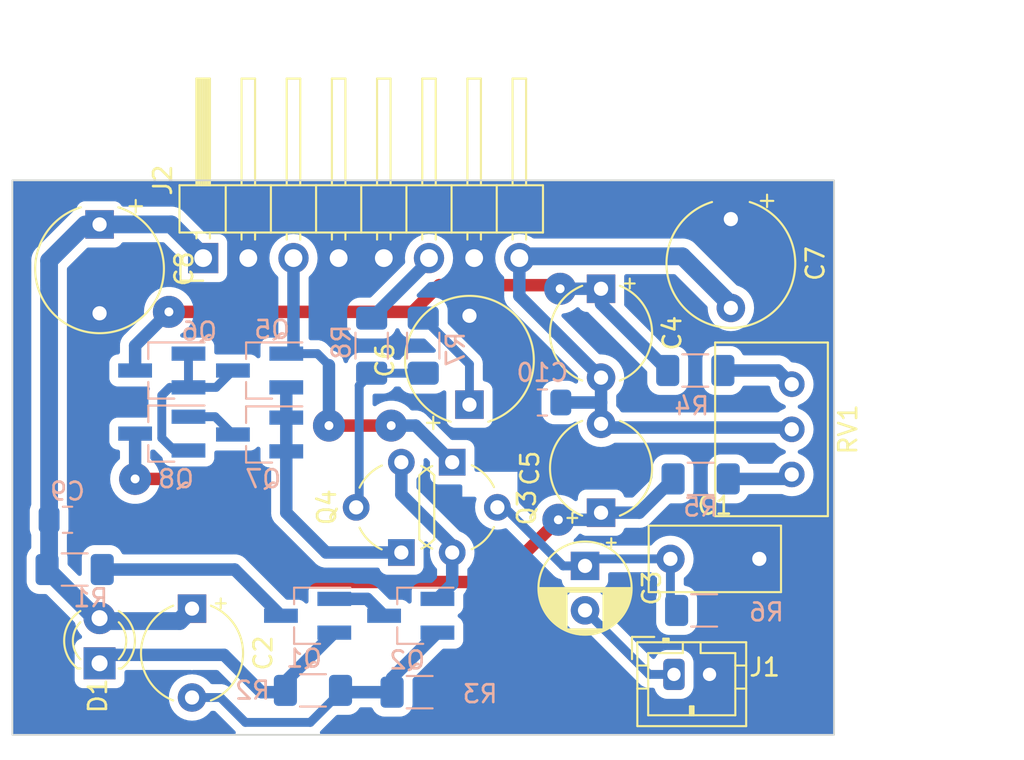
<source format=kicad_pcb>
(kicad_pcb (version 20221018) (generator pcbnew)
  (layers (0 "F.Cu" signal) (31 "B.Cu" signal) (34 "B.Paste" user) (35 "F.Paste" user) (36 "B.SilkS" user "B.Silkscreen") (37 "F.SilkS" user "F.Silkscreen") (38 "B.Mask" user) (39 "F.Mask" user) (44 "Edge.Cuts" user))
  (net 0 "")
  (net 1 "Net-(Q3-B)")
  (net 2 "GND")
  (net 3 "Net-(D1-A)")
  (net 4 "Net-(Q2-B)")
  (net 5 "Net-(J1-Pin_1)")
  (net 6 "Net-(Q6-E)")
  (net 7 "Net-(J2-Pin_8)")
  (net 8 "Net-(Q8-E)")
  (net 9 "Net-(C6-Pad1)")
  (net 10 "Net-(D1-K)")
  (net 11 "Net-(J2-Pin_3)")
  (net 12 "Net-(J2-Pin_6)")
  (net 13 "Net-(Q1-C)")
  (net 14 "Net-(Q1-E)")
  (net 15 "Net-(Q2-C)")
  (net 16 "Net-(Q4-C)")
  (net 17 "Net-(Q4-B)")
  (net 18 "Net-(Q5-E)")
  (net 19 "Net-(Q7-E)")
  (net 20 "Net-(R4-Pad2)")
  (net 21 "Net-(R5-Pad2)")
  (footprint "Capacitor_THT:CP_Radial_Tantal_D5.5mm_P5.00mm" (layer "F.Cu") (at 159.8 85.9 -90)
    (fp_text reference "C4" (at 2.5 -4 90) (layer "F.SilkS"))
    (fp_text value "33u/25V")
    (pad "1" thru_hole rect (at 0 0 270) (size 1.6 1.6) (drill 0.8) (layers "*.Cu" "*.Mask") (net 6 "Net-(Q6-E)"))
    (pad "2" thru_hole circle (at 5 0 270) (size 1.6 1.6) (drill 0.8) (layers "*.Cu" "*.Mask") (net 7 "Net-(J2-Pin_8)"))
  )
  (footprint "Capacitor_THT:CP_Radial_D5.0mm_P2.50mm" (layer "F.Cu") (at 158.9 101.494888 -90)
    (fp_text reference "C3" (at 1.25 -3.75 90) (layer "F.SilkS"))
    (fp_text value "2u2/16V")
    (pad "1" thru_hole rect (at 0 0 270) (size 1.6 1.6) (drill 0.8) (layers "*.Cu" "*.Mask") (net 1 "Net-(Q3-B)"))
    (pad "2" thru_hole circle (at 2.5 0 270) (size 1.6 1.6) (drill 0.8) (layers "*.Cu" "*.Mask") (net 5 "Net-(J1-Pin_1)"))
  )
  (footprint "Package_TO_SOT_THT:TO-92_Wide" (layer "F.Cu") (at 151.43 95.66 -90)
    (fp_text reference "Q3" (at 2.55 -4.19 90) (layer "F.SilkS"))
    (fp_text value "BC560C")
    (pad "1" thru_hole rect (at 0 0 270) (size 1.5 1.5) (drill 0.8) (layers "*.Cu" "*.Mask") (net 11 "Net-(J2-Pin_3)"))
    (pad "2" thru_hole circle (at 2.54 -2.54 270) (size 1.5 1.5) (drill 0.8) (layers "*.Cu" "*.Mask") (net 1 "Net-(Q3-B)"))
    (pad "3" thru_hole circle (at 5.08 0 270) (size 1.5 1.5) (drill 0.8) (layers "*.Cu" "*.Mask") (net 15 "Net-(Q2-C)"))
  )
  (footprint "Capacitor_THT:CP_Radial_Tantal_D7.0mm_P5.00mm" (layer "F.Cu") (at 152.4 92.420139 90)
    (fp_text reference "C6" (at 2.5 -4.75 90) (layer "F.SilkS"))
    (fp_text value "47u/25V")
    (pad "1" thru_hole rect (at 0 0 90) (size 1.6 1.6) (drill 0.8) (layers "*.Cu" "*.Mask") (net 9 "Net-(C6-Pad1)"))
    (pad "2" thru_hole circle (at 5 0 90) (size 1.6 1.6) (drill 0.8) (layers "*.Cu" "*.Mask") (net 2 "GND"))
  )
  (footprint "Capacitor_THT:CP_Radial_Tantal_D5.5mm_P5.00mm" (layer "F.Cu") (at 159.8 98.5 90)
    (fp_text reference "C5" (at 2.5 -4 90) (layer "F.SilkS"))
    (fp_text value "33u/25V")
    (pad "1" thru_hole rect (at 0 0 90) (size 1.6 1.6) (drill 0.8) (layers "*.Cu" "*.Mask") (net 8 "Net-(Q8-E)"))
    (pad "2" thru_hole circle (at 5 0 90) (size 1.6 1.6) (drill 0.8) (layers "*.Cu" "*.Mask") (net 7 "Net-(J2-Pin_8)"))
  )
  (footprint "Capacitor_THT:CP_Radial_Tantal_D7.0mm_P5.00mm" (layer "F.Cu") (at 167.1 81.979862 -90)
    (fp_text reference "C7" (at 2.5 -4.75 90) (layer "F.SilkS"))
    (fp_text value "47u/35V")
    (pad "1" thru_hole rect (at 0 0 270) (size 1.6 1.6) (drill 0.8) (layers "*.Cu" "*.Mask") (net 2 "GND"))
    (pad "2" thru_hole circle (at 5 0 270) (size 1.6 1.6) (drill 0.8) (layers "*.Cu" "*.Mask") (net 7 "Net-(J2-Pin_8)"))
  )
  (footprint "Capacitor_THT:C_Rect_L7.2mm_W3.5mm_P5.00mm_FKS2_FKP2_MKS2_MKP2" (layer "F.Cu") (at 163.7 101.1)
    (fp_text reference "C1" (at 2.5 -3) (layer "F.SilkS"))
    (fp_text value "330p")
    (pad "1" thru_hole circle (at 0 0) (size 1.6 1.6) (drill 0.8) (layers "*.Cu" "*.Mask") (net 1 "Net-(Q3-B)"))
    (pad "2" thru_hole circle (at 5 0) (size 1.6 1.6) (drill 0.8) (layers "*.Cu" "*.Mask") (net 2 "GND"))
  )
  (footprint "Connector_JST:JST_PH_B2B-PH-K_1x02_P2.00mm_Vertical" (layer "F.Cu") (at 163.9 107.6)
    (fp_text reference "J1" (at 5.1 -0.4) (layer "F.SilkS"))
    (fp_text value "Conn_01x02")
    (pad "1" thru_hole roundrect (at 0 0) (size 1.2 1.75) (drill 0.75) (layers "*.Cu" "*.Mask") (roundrect_rratio 0.208333) (net 5 "Net-(J1-Pin_1)"))
    (pad "2" thru_hole oval (at 2 0) (size 1.2 1.75) (drill 0.75) (layers "*.Cu" "*.Mask") (net 2 "GND"))
  )
  (footprint "LED_THT:LED_D3.0mm" (layer "F.Cu") (at 131.6 106.975 90)
    (fp_text reference "D1" (at -1.825 -0.1 90) (layer "F.SilkS"))
    (fp_text value "LED_Small")
    (pad "1" thru_hole rect (at 0 0 90) (size 1.8 1.8) (drill 0.9) (layers "*.Cu" "*.Mask") (net 10 "Net-(D1-K)"))
    (pad "2" thru_hole circle (at 2.54 0 90) (size 1.8 1.8) (drill 0.9) (layers "*.Cu" "*.Mask") (net 3 "Net-(D1-A)"))
  )
  (footprint "Package_TO_SOT_THT:TO-92_Wide" (layer "F.Cu") (at 148.57 100.74 90)
    (fp_text reference "Q4" (at 2.55 -4.19 90) (layer "F.SilkS"))
    (fp_text value "BC560C")
    (pad "1" thru_hole rect (at 0 0 90) (size 1.5 1.5) (drill 0.8) (layers "*.Cu" "*.Mask") (net 16 "Net-(Q4-C)"))
    (pad "2" thru_hole circle (at 2.54 -2.54 90) (size 1.5 1.5) (drill 0.8) (layers "*.Cu" "*.Mask") (net 17 "Net-(Q4-B)"))
    (pad "3" thru_hole circle (at 5.08 0 90) (size 1.5 1.5) (drill 0.8) (layers "*.Cu" "*.Mask") (net 15 "Net-(Q2-C)"))
  )
  (footprint "Potentiometer_THT:Potentiometer_Bourns_3299W_Vertical" (layer "F.Cu") (at 170.525 96.35 -90)
    (fp_text reference "RV1" (at -2.54 -3.16 90) (layer "F.SilkS"))
    (fp_text value "100")
    (pad "1" thru_hole circle (at 0 0 270) (size 1.44 1.44) (drill 0.8) (layers "*.Cu" "*.Mask") (net 21 "Net-(R5-Pad2)"))
    (pad "2" thru_hole circle (at -2.54 0 270) (size 1.44 1.44) (drill 0.8) (layers "*.Cu" "*.Mask") (net 7 "Net-(J2-Pin_8)"))
    (pad "3" thru_hole circle (at -5.08 0 270) (size 1.44 1.44) (drill 0.8) (layers "*.Cu" "*.Mask") (net 20 "Net-(R4-Pad2)"))
  )
  (footprint "Connector_PinHeader_2.54mm:PinHeader_1x08_P2.54mm_Horizontal" (layer "F.Cu") (at 137.425 84.175 90)
    (fp_text reference "J2" (at 4.385 -2.27 90) (layer "F.SilkS"))
    (fp_text value "Conn_01x08")
    (pad "1" thru_hole rect (at 0 0 90) (size 1.7 1.7) (drill 1) (layers "*.Cu" "*.Mask") (net 3 "Net-(D1-A)"))
    (pad "2" thru_hole oval (at 0 2.54 90) (size 1.7 1.7) (drill 1) (layers "*.Cu" "*.Mask") (net 2 "GND"))
    (pad "3" thru_hole oval (at 0 5.08 90) (size 1.7 1.7) (drill 1) (layers "*.Cu" "*.Mask") (net 11 "Net-(J2-Pin_3)"))
    (pad "4" thru_hole oval (at 0 7.62 90) (size 1.7 1.7) (drill 1) (layers "*.Cu" "*.Mask") (net 2 "GND"))
    (pad "5" thru_hole oval (at 0 10.16 90) (size 1.7 1.7) (drill 1) (layers "*.Cu" "*.Mask") (net 2 "GND"))
    (pad "6" thru_hole oval (at 0 12.7 90) (size 1.7 1.7) (drill 1) (layers "*.Cu" "*.Mask") (net 12 "Net-(J2-Pin_6)"))
    (pad "7" thru_hole oval (at 0 15.24 90) (size 1.7 1.7) (drill 1) (layers "*.Cu" "*.Mask") (net 2 "GND"))
    (pad "8" thru_hole oval (at 0 17.78 90) (size 1.7 1.7) (drill 1) (layers "*.Cu" "*.Mask") (net 7 "Net-(J2-Pin_8)"))
  )
  (footprint "Capacitor_THT:CP_Radial_Tantal_D5.5mm_P5.00mm" (layer "F.Cu") (at 136.8 103.9 -90)
    (fp_text reference "C2" (at 2.5 -4 90) (layer "F.SilkS"))
    (fp_text value "33u/25V")
    (pad "1" thru_hole rect (at 0 0 270) (size 1.6 1.6) (drill 0.8) (layers "*.Cu" "*.Mask") (net 3 "Net-(D1-A)"))
    (pad "2" thru_hole circle (at 5 0 270) (size 1.6 1.6) (drill 0.8) (layers "*.Cu" "*.Mask") (net 4 "Net-(Q2-B)"))
  )
  (footprint "Capacitor_THT:CP_Radial_Tantal_D7.0mm_P5.00mm" (layer "F.Cu") (at 131.6 82.279862 -90)
    (fp_text reference "C8" (at 2.5 -4.75 90) (layer "F.SilkS"))
    (fp_text value "47u/35V")
    (pad "1" thru_hole rect (at 0 0 270) (size 1.6 1.6) (drill 0.8) (layers "*.Cu" "*.Mask") (net 3 "Net-(D1-A)"))
    (pad "2" thru_hole circle (at 5 0 270) (size 1.6 1.6) (drill 0.8) (layers "*.Cu" "*.Mask") (net 2 "GND"))
  )
  (footprint "Resistor_SMD:R_1206_3216Metric_Pad1.30x1.75mm_HandSolder" (layer "B.Cu") (at 146.9 89.1 90)
    (fp_text reference "R8" (at 0.2 -1.7 -270) (layer "B.SilkS") (effects (justify mirror)))
    (fp_text value "68k")
    (pad "1" smd roundrect (at -1.55 0 90) (size 1.3 1.75) (layers "B.Cu" "B.Paste" "B.Mask") (roundrect_rratio 0.192308) (net 17 "Net-(Q4-B)"))
    (pad "2" smd roundrect (at 1.55 0 90) (size 1.3 1.75) (layers "B.Cu" "B.Paste" "B.Mask") (roundrect_rratio 0.192308) (net 12 "Net-(J2-Pin_6)"))
  )
  (footprint "Package_TO_SOT_SMD:SOT-23_Handsoldering" (layer "B.Cu") (at 143.3 104.3 180)
    (fp_text reference "Q1" (at 0.2 -2.4) (layer "B.SilkS") (effects (justify mirror)))
    (fp_text value "BC558")
    (pad "1" smd rect (at -1.5 0.95 180) (size 1.9 0.8) (layers "B.Cu" "B.Paste" "B.Mask") (net 13 "Net-(Q1-C)"))
    (pad "2" smd rect (at -1.5 -0.95 180) (size 1.9 0.8) (layers "B.Cu" "B.Paste" "B.Mask") (net 10 "Net-(D1-K)"))
    (pad "3" smd rect (at 1.5 0 180) (size 1.9 0.8) (layers "B.Cu" "B.Paste" "B.Mask") (net 14 "Net-(Q1-E)"))
  )
  (footprint "Resistor_SMD:R_1206_3216Metric_Pad1.30x1.75mm_HandSolder" (layer "B.Cu") (at 165.1 90.5)
    (fp_text reference "R4" (at -0.2 2 -360) (layer "B.SilkS") (effects (justify mirror)))
    (fp_text value "51")
    (pad "1" smd roundrect (at -1.55 0) (size 1.3 1.75) (layers "B.Cu" "B.Paste" "B.Mask") (roundrect_rratio 0.192308) (net 6 "Net-(Q6-E)"))
    (pad "2" smd roundrect (at 1.55 0) (size 1.3 1.75) (layers "B.Cu" "B.Paste" "B.Mask") (roundrect_rratio 0.192308) (net 20 "Net-(R4-Pad2)"))
  )
  (footprint "Resistor_SMD:R_1206_3216Metric_Pad1.30x1.75mm_HandSolder" (layer "B.Cu") (at 149.6 108.6)
    (fp_text reference "R3" (at 3.4 0.1 -360) (layer "B.SilkS") (effects (justify mirror)))
    (fp_text value "4k3")
    (pad "1" smd roundrect (at -1.55 0) (size 1.3 1.75) (layers "B.Cu" "B.Paste" "B.Mask") (roundrect_rratio 0.192308) (net 4 "Net-(Q2-B)"))
    (pad "2" smd roundrect (at 1.55 0) (size 1.3 1.75) (layers "B.Cu" "B.Paste" "B.Mask") (roundrect_rratio 0.192308) (net 2 "GND"))
  )
  (footprint "Resistor_SMD:R_1206_3216Metric_Pad1.30x1.75mm_HandSolder" (layer "B.Cu") (at 165.6 104)
    (fp_text reference "R6" (at 3.5 0.1 -360) (layer "B.SilkS") (effects (justify mirror)))
    (fp_text value "68k")
    (pad "1" smd roundrect (at -1.55 0) (size 1.3 1.75) (layers "B.Cu" "B.Paste" "B.Mask") (roundrect_rratio 0.192308) (net 1 "Net-(Q3-B)"))
    (pad "2" smd roundrect (at 1.55 0) (size 1.3 1.75) (layers "B.Cu" "B.Paste" "B.Mask") (roundrect_rratio 0.192308) (net 2 "GND"))
  )
  (footprint "Capacitor_SMD:C_0805_2012Metric_Pad1.18x1.45mm_HandSolder" (layer "B.Cu") (at 129.8 98.9)
    (fp_text reference "C9" (at 0 -1.6) (layer "B.SilkS") (effects (justify mirror)))
    (fp_text value "100n")
    (pad "1" smd roundrect (at -1.0375 0) (size 1.175 1.45) (layers "B.Cu" "B.Paste" "B.Mask") (roundrect_rratio 0.212766) (net 3 "Net-(D1-A)"))
    (pad "2" smd roundrect (at 1.0375 0) (size 1.175 1.45) (layers "B.Cu" "B.Paste" "B.Mask") (roundrect_rratio 0.212766) (net 2 "GND"))
  )
  (footprint "Resistor_SMD:R_1206_3216Metric_Pad1.30x1.75mm_HandSolder" (layer "B.Cu") (at 165.4 96.6)
    (fp_text reference "R5" (at 0 1.6 -360) (layer "B.SilkS") (effects (justify mirror)))
    (fp_text value "51")
    (pad "1" smd roundrect (at -1.55 0) (size 1.3 1.75) (layers "B.Cu" "B.Paste" "B.Mask") (roundrect_rratio 0.192308) (net 8 "Net-(Q8-E)"))
    (pad "2" smd roundrect (at 1.55 0) (size 1.3 1.75) (layers "B.Cu" "B.Paste" "B.Mask") (roundrect_rratio 0.192308) (net 21 "Net-(R5-Pad2)"))
  )
  (footprint "Resistor_SMD:R_1206_3216Metric_Pad1.30x1.75mm_HandSolder" (layer "B.Cu") (at 130.2 101.7)
    (fp_text reference "R1" (at 0.9 1.6 -360) (layer "B.SilkS") (effects (justify mirror)))
    (fp_text value "620")
    (pad "1" smd roundrect (at -1.55 0) (size 1.3 1.75) (layers "B.Cu" "B.Paste" "B.Mask") (roundrect_rratio 0.192308) (net 3 "Net-(D1-A)"))
    (pad "2" smd roundrect (at 1.55 0) (size 1.3 1.75) (layers "B.Cu" "B.Paste" "B.Mask") (roundrect_rratio 0.192308) (net 14 "Net-(Q1-E)"))
  )
  (footprint "Resistor_SMD:R_1206_3216Metric_Pad1.30x1.75mm_HandSolder" (layer "B.Cu") (at 143.6 108.5)
    (fp_text reference "R2" (at -3.4 0 -360) (layer "B.SilkS") (effects (justify mirror)))
    (fp_text value "390")
    (pad "1" smd roundrect (at -1.55 0) (size 1.3 1.75) (layers "B.Cu" "B.Paste" "B.Mask") (roundrect_rratio 0.192308) (net 10 "Net-(D1-K)"))
    (pad "2" smd roundrect (at 1.55 0) (size 1.3 1.75) (layers "B.Cu" "B.Paste" "B.Mask") (roundrect_rratio 0.192308) (net 4 "Net-(Q2-B)"))
  )
  (footprint "Package_TO_SOT_SMD:SOT-23_Handsoldering" (layer "B.Cu") (at 135.1 94.05 180)
    (fp_text reference "Q8" (at -0.8 -2.55) (layer "B.SilkS") (effects (justify mirror)))
    (fp_text value "BC548")
    (pad "1" smd rect (at -1.5 0.95 180) (size 1.9 0.8) (layers "B.Cu" "B.Paste" "B.Mask") (net 19 "Net-(Q7-E)"))
    (pad "2" smd rect (at -1.5 -0.95 180) (size 1.9 0.8) (layers "B.Cu" "B.Paste" "B.Mask") (net 18 "Net-(Q5-E)"))
    (pad "3" smd rect (at 1.5 0 180) (size 1.9 0.8) (layers "B.Cu" "B.Paste" "B.Mask") (net 8 "Net-(Q8-E)"))
  )
  (footprint "Package_TO_SOT_SMD:SOT-23_Handsoldering" (layer "B.Cu") (at 135.1 90.5 180)
    (fp_text reference "Q6" (at -2.1 2.2) (layer "B.SilkS") (effects (justify mirror)))
    (fp_text value "BC548")
    (pad "1" smd rect (at -1.5 0.95 180) (size 1.9 0.8) (layers "B.Cu" "B.Paste" "B.Mask") (net 18 "Net-(Q5-E)"))
    (pad "2" smd rect (at -1.5 -0.95 180) (size 1.9 0.8) (layers "B.Cu" "B.Paste" "B.Mask") (net 18 "Net-(Q5-E)"))
    (pad "3" smd rect (at 1.5 0 180) (size 1.9 0.8) (layers "B.Cu" "B.Paste" "B.Mask") (net 6 "Net-(Q6-E)"))
  )
  (footprint "Package_TO_SOT_SMD:SOT-23_Handsoldering" (layer "B.Cu") (at 149.1 104.3 180)
    (fp_text reference "Q2" (at 0.2 -2.5) (layer "B.SilkS") (effects (justify mirror)))
    (fp_text value "BC558")
    (pad "1" smd rect (at -1.5 0.95 180) (size 1.9 0.8) (layers "B.Cu" "B.Paste" "B.Mask") (net 15 "Net-(Q2-C)"))
    (pad "2" smd rect (at -1.5 -0.95 180) (size 1.9 0.8) (layers "B.Cu" "B.Paste" "B.Mask") (net 4 "Net-(Q2-B)"))
    (pad "3" smd rect (at 1.5 0 180) (size 1.9 0.8) (layers "B.Cu" "B.Paste" "B.Mask") (net 13 "Net-(Q1-C)"))
  )
  (footprint "Resistor_SMD:R_1206_3216Metric_Pad1.30x1.75mm_HandSolder" (layer "B.Cu") (at 149.8 89.1 90)
    (fp_text reference "R7" (at -0.2 1.82 -270) (layer "B.SilkS") (effects (justify mirror)))
    (fp_text value "1k2")
    (pad "1" smd roundrect (at -1.55 0 90) (size 1.3 1.75) (layers "B.Cu" "B.Paste" "B.Mask") (roundrect_rratio 0.192308) (net 17 "Net-(Q4-B)"))
    (pad "2" smd roundrect (at 1.55 0 90) (size 1.3 1.75) (layers "B.Cu" "B.Paste" "B.Mask") (roundrect_rratio 0.192308) (net 9 "Net-(C6-Pad1)"))
  )
  (footprint "Capacitor_SMD:C_0805_2012Metric_Pad1.18x1.45mm_HandSolder" (layer "B.Cu") (at 156.5 92.3 180)
    (fp_text reference "C10" (at 0 1.68) (layer "B.SilkS") (effects (justify mirror)))
    (fp_text value "100n")
    (pad "1" smd roundrect (at -1.0375 0 180) (size 1.175 1.45) (layers "B.Cu" "B.Paste" "B.Mask") (roundrect_rratio 0.212766) (net 7 "Net-(J2-Pin_8)"))
    (pad "2" smd roundrect (at 1.0375 0 180) (size 1.175 1.45) (layers "B.Cu" "B.Paste" "B.Mask") (roundrect_rratio 0.212766) (net 2 "GND"))
  )
  (footprint "Package_TO_SOT_SMD:SOT-23_Handsoldering" (layer "B.Cu") (at 140.6 94.1 180)
    (fp_text reference "Q7" (at -0.2 -2.5) (layer "B.SilkS") (effects (justify mirror)))
    (fp_text value "BC548")
    (pad "1" smd rect (at -1.5 0.95 180) (size 1.9 0.8) (layers "B.Cu" "B.Paste" "B.Mask") (net 16 "Net-(Q4-C)"))
    (pad "2" smd rect (at -1.5 -0.95 180) (size 1.9 0.8) (layers "B.Cu" "B.Paste" "B.Mask") (net 16 "Net-(Q4-C)"))
    (pad "3" smd rect (at 1.5 0 180) (size 1.9 0.8) (layers "B.Cu" "B.Paste" "B.Mask") (net 19 "Net-(Q7-E)"))
  )
  (footprint "Package_TO_SOT_SMD:SOT-23_Handsoldering" (layer "B.Cu") (at 140.6 90.5 180)
    (fp_text reference "Q5" (at -0.7 2.3) (layer "B.SilkS") (effects (justify mirror)))
    (fp_text value "BC548")
    (pad "1" smd rect (at -1.5 0.95 180) (size 1.9 0.8) (layers "B.Cu" "B.Paste" "B.Mask") (net 11 "Net-(J2-Pin_3)"))
    (pad "2" smd rect (at -1.5 -0.95 180) (size 1.9 0.8) (layers "B.Cu" "B.Paste" "B.Mask") (net 16 "Net-(Q4-C)"))
    (pad "3" smd rect (at 1.5 0 180) (size 1.9 0.8) (layers "B.Cu" "B.Paste" "B.Mask") (net 18 "Net-(Q5-E)"))
  )
  (gr_rect (start 126.7 79.8) (end 172.9 111) (stroke (width 0.1)) (fill none) (layer "Edge.Cuts"))
  (segment (start 163.7 101.1) (end 159.294888 101.1) (width 0.5) (layer "B.Cu") (net 1))
  (segment (start 163.7 103.85) (end 163.7 101.1) (width 0.5) (layer "B.Cu") (net 1))
  (segment (start 159.294888 101.1) (end 158.9 101.494888) (width 0.3) (layer "B.Cu") (net 1))
  (segment (start 158.9 101.494888) (end 157.664888 101.494888) (width 0.5) (layer "B.Cu") (net 1))
  (segment (start 157.664888 101.494888) (end 154.37 98.2) (width 0.5) (layer "B.Cu") (net 1))
  (segment (start 152.4 84.41) (end 152.7 84.11) (width 1) (layer "B.Cu") (net 2))
  (segment (start 152.6 87.220139) (end 152.4 87.020139) (width 1) (layer "B.Cu") (net 2))
  (segment (start 152.7 84.11) (end 152.665 84.075) (width 0.3) (layer "B.Cu") (net 2))
  (segment (start 131.765 104.6) (end 136.1 104.6) (width 1) (layer "B.Cu") (net 3))
  (segment (start 131.6 104.435) (end 131.385 104.435) (width 1) (layer "B.Cu") (net 3))
  (segment (start 131.6 82.279862) (end 130.8 82.279862) (width 0.7) (layer "B.Cu") (net 3))
  (segment (start 128.7625 98.9) (end 128.7625 101.5875) (width 1) (layer "B.Cu") (net 3))
  (segment (start 130.8 82.279862) (end 128.7625 84.317362) (width 1) (layer "B.Cu") (net 3))
  (segment (start 128.7625 84.317362) (end 128.7625 98.9) (width 1) (layer "B.Cu") (net 3))
  (segment (start 131.6 104.435) (end 131.765 104.6) (width 1) (layer "B.Cu") (net 3))
  (segment (start 136.1 104.6) (end 136.8 103.9) (width 1) (layer "B.Cu") (net 3))
  (segment (start 128.7625 101.5875) (end 128.65 101.7) (width 0.7) (layer "B.Cu") (net 3))
  (segment (start 131.385 104.435) (end 128.65 101.7) (width 1) (layer "B.Cu") (net 3))
  (segment (start 131.6 82.279862) (end 135.629862 82.279862) (width 1) (layer "B.Cu") (net 3))
  (segment (start 135.629862 82.279862) (end 137.425 84.075) (width 1) (layer "B.Cu") (net 3))
  (segment (start 148.05 108.6) (end 148.05 107.8) (width 0.7) (layer "B.Cu") (net 4))
  (segment (start 143.45 110.3) (end 145.15 108.6) (width 0.5) (layer "B.Cu") (net 4))
  (segment (start 145.15 108.6) (end 147.65 108.6) (width 0.7) (layer "B.Cu") (net 4))
  (segment (start 138.4 108.9) (end 139.8 110.3) (width 0.5) (layer "B.Cu") (net 4))
  (segment (start 139.8 110.3) (end 143.45 110.3) (width 0.5) (layer "B.Cu") (net 4))
  (segment (start 148.05 107.8) (end 150.6 105.25) (width 0.7) (layer "B.Cu") (net 4))
  (segment (start 136.8 108.9) (end 138.4 108.9) (width 0.5) (layer "B.Cu") (net 4))
  (segment (start 162.505112 107.6) (end 163.9 107.6) (width 0.5) (layer "B.Cu") (net 5))
  (segment (start 158.9 103.994888) (end 162.505112 107.6) (width 0.5) (layer "B.Cu") (net 5))
  (segment (start 150.7 85.7) (end 149.2 87.2) (width 0.7) (layer "F.Cu") (net 6))
  (segment (start 149.2 87.2) (end 135.5 87.2) (width 0.7) (layer "F.Cu") (net 6))
  (segment (start 157.5 85.9) (end 157.3 85.7) (width 0.7) (layer "F.Cu") (net 6))
  (segment (start 157.3 85.7) (end 150.7 85.7) (width 0.7) (layer "F.Cu") (net 6))
  (via (at 157.5 85.9) (size 1.8) (drill 0.5) (layers "F.Cu" "B.Cu") (net 6))
  (via (at 135.5 87.2) (size 1.8) (drill 0.5) (layers "F.Cu" "B.Cu") (net 6))
  (segment (start 159.8 86.75) (end 163.55 90.5) (width 0.7) (layer "B.Cu") (net 6))
  (segment (start 157.5 85.9) (end 159.8 85.9) (width 0.7) (layer "B.Cu") (net 6))
  (segment (start 135.5 87.2) (end 133.6 89.1) (width 0.7) (layer "B.Cu") (net 6))
  (segment (start 159.8 85.9) (end 159.8 86.75) (width 0.7) (layer "B.Cu") (net 6))
  (segment (start 133.6 89.1) (end 133.6 90.5) (width 0.7) (layer "B.Cu") (net 6))
  (segment (start 157.5375 92.3) (end 159.8 92.3) (width 0.7) (layer "B.Cu") (net 7))
  (segment (start 159.8 92.3) (end 159.8 90.9) (width 0.7) (layer "B.Cu") (net 7))
  (segment (start 167.1 86.8) (end 167.1 86.979862) (width 0.7) (layer "B.Cu") (net 7))
  (segment (start 164.375 84.075) (end 167.1 86.8) (width 1) (layer "B.Cu") (net 7))
  (segment (start 170.425 93.71) (end 170.525 93.81) (width 0.5) (layer "B.Cu") (net 7))
  (segment (start 159.8 93.5) (end 160.01 93.71) (width 0.5) (layer "B.Cu") (net 7))
  (segment (start 155.205 86.305) (end 159.8 90.9) (width 0.7) (layer "B.Cu") (net 7))
  (segment (start 160.01 93.71) (end 170.425 93.71) (width 0.7) (layer "B.Cu") (net 7))
  (segment (start 155.205 84.075) (end 155.205 86.305) (width 0.7) (layer "B.Cu") (net 7))
  (segment (start 155.205 84.075) (end 164.375 84.075) (width 1) (layer "B.Cu") (net 7))
  (segment (start 159.8 93.5) (end 159.8 92.3) (width 0.7) (layer "B.Cu") (net 7))
  (segment (start 143.1 102.4) (end 137.3 96.6) (width 0.7) (layer "F.Cu") (net 8))
  (segment (start 153.9 102.4) (end 143.1 102.4) (width 0.7) (layer "F.Cu") (net 8))
  (segment (start 157.8 98.5) (end 157.8 98.5) (width 0.7) (layer "F.Cu") (net 8))
  (segment (start 157.4 98.9) (end 153.9 102.4) (width 0.7) (layer "F.Cu") (net 8))
  (segment (start 137.3 96.6) (end 133.6 96.6) (width 0.7) (layer "F.Cu") (net 8))
  (via (at 157.4 98.9) (size 1.8) (drill 0.5) (layers "F.Cu" "B.Cu") (net 8))
  (via (at 133.6 96.6) (size 1.8) (drill 0.5) (layers "F.Cu" "B.Cu") (net 8))
  (segment (start 157.4 98.9) (end 159.4 98.9) (width 0.7) (layer "B.Cu") (net 8))
  (segment (start 159.4 98.9) (end 159.8 98.5) (width 0.7) (layer "B.Cu") (net 8))
  (segment (start 133.6 94.05) (end 133.6 96.6) (width 0.7) (layer "B.Cu") (net 8))
  (segment (start 161.95 98.5) (end 163.85 96.6) (width 0.7) (layer "B.Cu") (net 8))
  (segment (start 159.8 98.5) (end 161.95 98.5) (width 0.7) (layer "B.Cu") (net 8))
  (segment (start 149.8 87.55) (end 152.4 90.15) (width 0.5) (layer "B.Cu") (net 9))
  (segment (start 152.4 90.15) (end 152.4 92.420139) (width 0.5) (layer "B.Cu") (net 9))
  (segment (start 138.6 106.5) (end 140.7 108.6) (width 0.7) (layer "B.Cu") (net 10))
  (segment (start 140.7 108.6) (end 142.05 108.6) (width 0.7) (layer "B.Cu") (net 10))
  (segment (start 131.6 106.975) (end 132.075 106.5) (width 0.7) (layer "B.Cu") (net 10))
  (segment (start 132.075 106.5) (end 138.6 106.5) (width 0.7) (layer "B.Cu") (net 10))
  (segment (start 142.05 108) (end 144.8 105.25) (width 0.7) (layer "B.Cu") (net 10))
  (segment (start 144.5 93.6) (end 148 93.6) (width 0.7) (layer "F.Cu") (net 11))
  (via (at 144.5 93.6) (size 1.8) (drill 0.5) (layers "F.Cu" "B.Cu") (net 11))
  (via (at 148 93.6) (size 1.8) (drill 0.5) (layers "F.Cu" "B.Cu") (net 11))
  (segment (start 142.1 89.55) (end 142.505 89.145) (width 0.3) (layer "B.Cu") (net 11))
  (segment (start 148 93.6) (end 149.37 93.6) (width 0.7) (layer "B.Cu") (net 11))
  (segment (start 149.37 93.6) (end 151.43 95.66) (width 0.7) (layer "B.Cu") (net 11))
  (segment (start 144.5 93.6) (end 144.5 90.2) (width 0.7) (layer "B.Cu") (net 11))
  (segment (start 144.5 90.2) (end 143.85 89.55) (width 0.5) (layer "B.Cu") (net 11))
  (segment (start 142.505 89.145) (end 142.505 84.075) (width 0.7) (layer "B.Cu") (net 11))
  (segment (start 143.85 89.55) (end 142.1 89.55) (width 0.5) (layer "B.Cu") (net 11))
  (segment (start 150.125 84.325) (end 150.125 84.075) (width 0.5) (layer "B.Cu") (net 12))
  (segment (start 146.7 87.75) (end 150.125 84.325) (width 0.7) (layer "B.Cu") (net 12))
  (segment (start 146.65 103.35) (end 147.6 104.3) (width 0.7) (layer "B.Cu") (net 13))
  (segment (start 144.8 103.35) (end 146.65 103.35) (width 0.7) (layer "B.Cu") (net 13))
  (segment (start 139.2 101.7) (end 141.8 104.3) (width 0.7) (layer "B.Cu") (net 14))
  (segment (start 131.75 101.7) (end 139.2 101.7) (width 0.7) (layer "B.Cu") (net 14))
  (segment (start 150.6 103.35) (end 151.43 102.52) (width 0.7) (layer "B.Cu") (net 15))
  (segment (start 151.43 102.52) (end 151.43 100.34) (width 0.7) (layer "B.Cu") (net 15))
  (segment (start 148.57 97.48) (end 148.57 95.66) (width 0.7) (layer "B.Cu") (net 15))
  (segment (start 151.43 100.34) (end 148.57 97.48) (width 0.7) (layer "B.Cu") (net 15))
  (segment (start 142.1 98.5) (end 144.34 100.74) (width 0.7) (layer "B.Cu") (net 16))
  (segment (start 142.1 91.45) (end 142.1 95.05) (width 0.7) (layer "B.Cu") (net 16))
  (segment (start 142.1 95.05) (end 142.1 98.5) (width 0.7) (layer "B.Cu") (net 16))
  (segment (start 144.34 100.74) (end 148.57 100.74) (width 0.7) (layer "B.Cu") (net 16))
  (segment (start 146.2 98.03) (end 146.2 91.35) (width 0.5) (layer "B.Cu") (net 17))
  (segment (start 146.2 91.35) (end 146.9 90.65) (width 0.5) (layer "B.Cu") (net 17))
  (segment (start 146.03 98.2) (end 146.2 98.03) (width 0.5) (layer "B.Cu") (net 17))
  (segment (start 146.9 90.65) (end 149.8 90.65) (width 0.5) (layer "B.Cu") (net 17))
  (segment (start 135.1 94.3) (end 135.8 95) (width 0.5) (layer "B.Cu") (net 18))
  (segment (start 136.6 91.45) (end 138.15 91.45) (width 0.5) (layer "B.Cu") (net 18))
  (segment (start 135.1 91.9) (end 135.1 94.3) (width 0.5) (layer "B.Cu") (net 18))
  (segment (start 135.55 91.45) (end 135.1 91.9) (width 0.5) (layer "B.Cu") (net 18))
  (segment (start 136.6 89.55) (end 136.6 91.45) (width 0.5) (layer "B.Cu") (net 18))
  (segment (start 136.6 95) (end 135.8 95) (width 0.3) (layer "B.Cu") (net 18))
  (segment (start 138.15 91.45) (end 139.1 90.5) (width 0.5) (layer "B.Cu") (net 18))
  (segment (start 138.1 93.1) (end 139.1 94.1) (width 0.5) (layer "B.Cu") (net 19))
  (segment (start 136.6 93.1) (end 138.1 93.1) (width 0.5) (layer "B.Cu") (net 19))
  (segment (start 169.755 90.5) (end 170.525 91.27) (width 0.7) (layer "B.Cu") (net 20))
  (segment (start 166.65 90.5) (end 169.755 90.5) (width 0.7) (layer "B.Cu") (net 20))
  (segment (start 166.95 96.6) (end 170.275 96.6) (width 0.7) (layer "B.Cu") (net 21))
  (segment (start 170.275 96.6) (end 170.625 96.25) (width 0.3) (layer "B.Cu") (net 21))
  (zone (net 2) (net_name "GND") (layer "B.Cu") (connect_pads yes (clearance 0.5)) (min_thickness 0.25) (fill yes (thermal_gap 0.5) (thermal_bridge_width 0.5) (smoothing chamfer))
    (polygon (pts (xy 126.1 79.4) (xy 174.2 79.4) (xy 174.2 112) (xy 126.3 112)))
  )
  (zone (net 0) (net_name "") (layer "B.Cu") (connect_pads (clearance 0)) (min_thickness 0.25)
    (keepout (tracks not_allowed) (vias not_allowed) (pads not_allowed) (copperpour not_allowed) (footprints allowed))
    (fill (thermal_gap 0.5) (thermal_bridge_width 0.5))
    (polygon (pts (xy 152 96.2) (xy 155.1 96.2) (xy 155.1 97.6) (xy 152 97.6)))
  )
)
</source>
